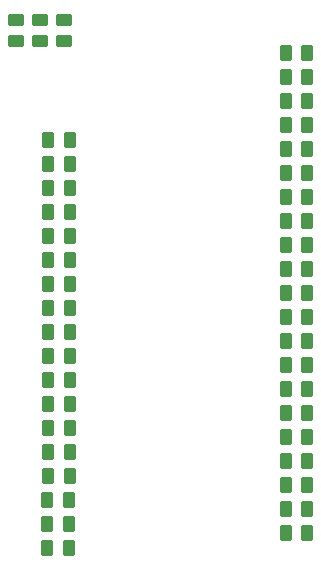
<source format=gbr>
%TF.GenerationSoftware,KiCad,Pcbnew,(6.0.1)*%
%TF.CreationDate,2022-10-30T18:49:11+02:00*%
%TF.ProjectId,stairway-to-heaven-pcb,73746169-7277-4617-992d-746f2d686561,rev?*%
%TF.SameCoordinates,Original*%
%TF.FileFunction,Paste,Bot*%
%TF.FilePolarity,Positive*%
%FSLAX46Y46*%
G04 Gerber Fmt 4.6, Leading zero omitted, Abs format (unit mm)*
G04 Created by KiCad (PCBNEW (6.0.1)) date 2022-10-30 18:49:11*
%MOMM*%
%LPD*%
G01*
G04 APERTURE LIST*
G04 Aperture macros list*
%AMRoundRect*
0 Rectangle with rounded corners*
0 $1 Rounding radius*
0 $2 $3 $4 $5 $6 $7 $8 $9 X,Y pos of 4 corners*
0 Add a 4 corners polygon primitive as box body*
4,1,4,$2,$3,$4,$5,$6,$7,$8,$9,$2,$3,0*
0 Add four circle primitives for the rounded corners*
1,1,$1+$1,$2,$3*
1,1,$1+$1,$4,$5*
1,1,$1+$1,$6,$7*
1,1,$1+$1,$8,$9*
0 Add four rect primitives between the rounded corners*
20,1,$1+$1,$2,$3,$4,$5,0*
20,1,$1+$1,$4,$5,$6,$7,0*
20,1,$1+$1,$6,$7,$8,$9,0*
20,1,$1+$1,$8,$9,$2,$3,0*%
G04 Aperture macros list end*
%ADD10RoundRect,0.250000X0.262500X0.450000X-0.262500X0.450000X-0.262500X-0.450000X0.262500X-0.450000X0*%
%ADD11RoundRect,0.250000X-0.262500X-0.450000X0.262500X-0.450000X0.262500X0.450000X-0.262500X0.450000X0*%
%ADD12RoundRect,0.250000X-0.450000X0.262500X-0.450000X-0.262500X0.450000X-0.262500X0.450000X0.262500X0*%
G04 APERTURE END LIST*
D10*
%TO.C,R28*%
X143967200Y-92252800D03*
X142142200Y-92252800D03*
%TD*%
%TO.C,R32*%
X144018000Y-73914000D03*
X142193000Y-73914000D03*
%TD*%
%TO.C,R40*%
X144018000Y-63754000D03*
X142193000Y-63754000D03*
%TD*%
D11*
%TO.C,R20*%
X162306000Y-58420000D03*
X164131000Y-58420000D03*
%TD*%
%TO.C,R7*%
X162306000Y-68580000D03*
X164131000Y-68580000D03*
%TD*%
D10*
%TO.C,R41*%
X144018000Y-61722000D03*
X142193000Y-61722000D03*
%TD*%
D11*
%TO.C,R6*%
X162306000Y-82804000D03*
X164131000Y-82804000D03*
%TD*%
%TO.C,R22*%
X162306000Y-52324000D03*
X164131000Y-52324000D03*
%TD*%
D10*
%TO.C,R31*%
X144018000Y-75946000D03*
X142193000Y-75946000D03*
%TD*%
D12*
%TO.C,R45*%
X143535400Y-49531900D03*
X143535400Y-51356900D03*
%TD*%
D11*
%TO.C,R18*%
X162306000Y-70612000D03*
X164131000Y-70612000D03*
%TD*%
D10*
%TO.C,R35*%
X144018000Y-86106000D03*
X142193000Y-86106000D03*
%TD*%
D11*
%TO.C,R12*%
X162306000Y-92964000D03*
X164131000Y-92964000D03*
%TD*%
D10*
%TO.C,R39*%
X144018000Y-65786000D03*
X142193000Y-65786000D03*
%TD*%
D11*
%TO.C,R5*%
X162306000Y-76708000D03*
X164131000Y-76708000D03*
%TD*%
%TO.C,R15*%
X162306000Y-86868000D03*
X164131000Y-86868000D03*
%TD*%
%TO.C,R21*%
X162306000Y-64516000D03*
X164131000Y-64516000D03*
%TD*%
D10*
%TO.C,R38*%
X144018000Y-67818000D03*
X142193000Y-67818000D03*
%TD*%
D11*
%TO.C,R13*%
X162306000Y-80772000D03*
X164131000Y-80772000D03*
%TD*%
D10*
%TO.C,R26*%
X144018000Y-80010000D03*
X142193000Y-80010000D03*
%TD*%
%TO.C,R27*%
X144018000Y-77978000D03*
X142193000Y-77978000D03*
%TD*%
D11*
%TO.C,R4*%
X162306000Y-78740000D03*
X164131000Y-78740000D03*
%TD*%
%TO.C,R9*%
X162306000Y-72644000D03*
X164131000Y-72644000D03*
%TD*%
D10*
%TO.C,R33*%
X144018000Y-69850000D03*
X142193000Y-69850000D03*
%TD*%
D11*
%TO.C,R19*%
X162306000Y-60452000D03*
X164131000Y-60452000D03*
%TD*%
D10*
%TO.C,R36*%
X144018000Y-84074000D03*
X142193000Y-84074000D03*
%TD*%
D11*
%TO.C,R14*%
X162306000Y-84836000D03*
X164131000Y-84836000D03*
%TD*%
D12*
%TO.C,R44*%
X139471400Y-49555400D03*
X139471400Y-51380400D03*
%TD*%
D10*
%TO.C,R29*%
X143967200Y-94284800D03*
X142142200Y-94284800D03*
%TD*%
%TO.C,R37*%
X144018000Y-71882000D03*
X142193000Y-71882000D03*
%TD*%
D11*
%TO.C,R11*%
X162306000Y-90932000D03*
X164131000Y-90932000D03*
%TD*%
D10*
%TO.C,R42*%
X144018000Y-59713500D03*
X142193000Y-59713500D03*
%TD*%
D11*
%TO.C,R8*%
X162306000Y-74676000D03*
X164131000Y-74676000D03*
%TD*%
D10*
%TO.C,R30*%
X143967200Y-90220800D03*
X142142200Y-90220800D03*
%TD*%
D11*
%TO.C,R24*%
X162306000Y-56388000D03*
X164131000Y-56388000D03*
%TD*%
%TO.C,R23*%
X162306000Y-54356000D03*
X164131000Y-54356000D03*
%TD*%
%TO.C,R16*%
X162306000Y-66548000D03*
X164131000Y-66548000D03*
%TD*%
%TO.C,R17*%
X162306000Y-62484000D03*
X164131000Y-62484000D03*
%TD*%
D10*
%TO.C,R25*%
X144018000Y-82042000D03*
X142193000Y-82042000D03*
%TD*%
D12*
%TO.C,R43*%
X141503400Y-49531900D03*
X141503400Y-51356900D03*
%TD*%
D10*
%TO.C,R34*%
X144018000Y-88138000D03*
X142193000Y-88138000D03*
%TD*%
D11*
%TO.C,R10*%
X162306000Y-88900000D03*
X164131000Y-88900000D03*
%TD*%
M02*

</source>
